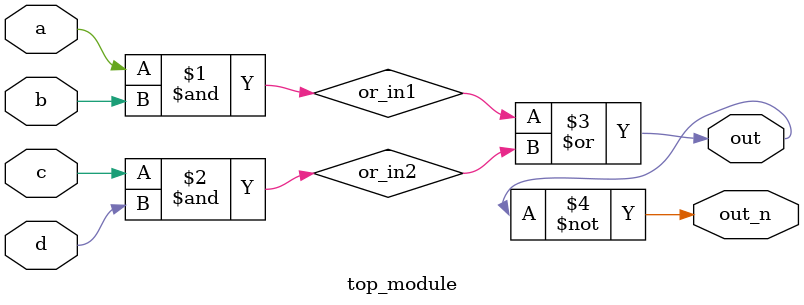
<source format=v>
`default_nettype none
module top_module (
    input  a,
    input  b,
    input  c,
    input  d,
    output out,
    output out_n
);

  wire or_in1, or_in2;

  assign or_in1 = a & b;
  assign or_in2 = c & d;
  assign out = or_in1 | or_in2;
  assign out_n = ~out;

endmodule

</source>
